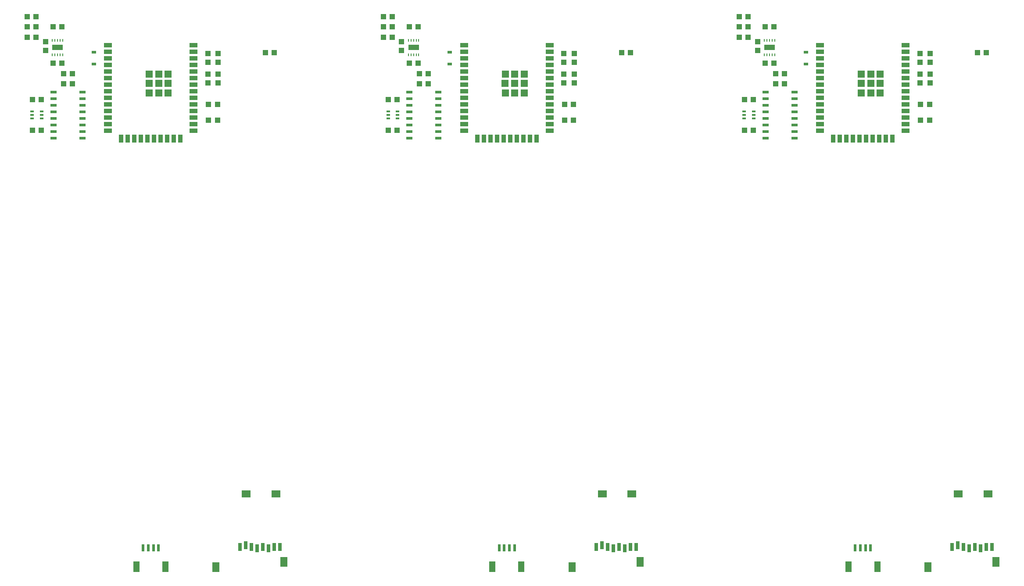
<source format=gbp>
G04 EAGLE Gerber RS-274X export*
G75*
%MOMM*%
%FSLAX34Y34*%
%LPD*%
%INSolderpaste Bottom*%
%IPPOS*%
%AMOC8*
5,1,8,0,0,1.08239X$1,22.5*%
G01*
%ADD10R,1.200000X2.000000*%
%ADD11R,0.600000X1.350000*%
%ADD12R,1.000000X1.100000*%
%ADD13R,1.100000X1.000000*%
%ADD14R,0.830000X0.630000*%
%ADD15R,1.200000X0.600000*%
%ADD16R,0.660000X0.300000*%
%ADD17R,1.800000X1.400000*%
%ADD18R,1.400000X1.900000*%
%ADD19R,0.800000X1.500000*%
%ADD20R,0.260000X0.599000*%
%ADD21R,2.000000X1.000000*%
%ADD22R,1.500000X0.900000*%
%ADD23R,0.900000X1.500000*%
%ADD24R,1.330000X1.330000*%


D10*
X369618Y10693D03*
X313618Y10693D03*
D11*
X356618Y47443D03*
X346618Y47443D03*
X336618Y47443D03*
X326618Y47443D03*
D12*
X138418Y1006843D03*
X138418Y1023843D03*
D13*
X170118Y1052743D03*
X153118Y1052743D03*
X170118Y982743D03*
X153118Y982743D03*
D14*
X231618Y981243D03*
X231618Y1004243D03*
D12*
X451618Y961243D03*
X451618Y944243D03*
X471618Y1001243D03*
X471618Y984243D03*
X451618Y1001243D03*
X451618Y984243D03*
X471618Y961243D03*
X471618Y944243D03*
D13*
X173118Y962743D03*
X190118Y962743D03*
D15*
X209618Y927193D03*
X209618Y914493D03*
X209618Y901793D03*
X209618Y889093D03*
X209618Y876393D03*
X209618Y863693D03*
X209618Y850993D03*
X209618Y838293D03*
X153618Y838293D03*
X153618Y850993D03*
X153618Y863693D03*
X153618Y876393D03*
X153618Y889093D03*
X153618Y901793D03*
X153618Y914493D03*
X153618Y927193D03*
D13*
X113118Y852743D03*
X130118Y852743D03*
X130118Y912743D03*
X113118Y912743D03*
D16*
X130818Y889243D03*
X112418Y882743D03*
X112418Y876243D03*
X112418Y889243D03*
X130818Y882743D03*
X130818Y876243D03*
D13*
X173118Y942743D03*
X190118Y942743D03*
X453118Y902743D03*
X470118Y902743D03*
D17*
X525738Y151393D03*
X582738Y151393D03*
D18*
X598738Y19893D03*
X467238Y9893D03*
D19*
X513838Y48393D03*
X524838Y52393D03*
X535838Y48393D03*
X546838Y46393D03*
X557838Y48393D03*
X568838Y46393D03*
X579838Y48393D03*
X590838Y48393D03*
D13*
X580118Y1002743D03*
X563118Y1002743D03*
D20*
X161618Y998748D03*
X166618Y998748D03*
X171618Y998748D03*
X156618Y998748D03*
X151618Y998748D03*
X151618Y1026738D03*
X156618Y1026738D03*
X161618Y1026738D03*
X166618Y1026738D03*
X171618Y1026738D03*
D21*
X161618Y1012743D03*
D13*
X120118Y1052743D03*
X103118Y1052743D03*
X120118Y1032743D03*
X103118Y1032743D03*
X120118Y1072743D03*
X103118Y1072743D03*
X453118Y872743D03*
X470118Y872743D03*
D22*
X423998Y1017043D03*
X423998Y1004343D03*
X423998Y991643D03*
X423998Y978943D03*
X423998Y966243D03*
X423998Y953543D03*
X423998Y940843D03*
X423998Y928143D03*
X423998Y915443D03*
X423998Y902743D03*
X423998Y890043D03*
X423998Y877343D03*
X423998Y864643D03*
X423998Y851943D03*
D23*
X398768Y837043D03*
X386068Y837043D03*
X373368Y837043D03*
X360668Y837043D03*
X347968Y837043D03*
X335268Y837043D03*
X322568Y837043D03*
X309868Y837043D03*
X297168Y837043D03*
X284468Y837043D03*
D22*
X259238Y851943D03*
X259238Y864643D03*
X259238Y877343D03*
X259238Y890043D03*
X259238Y902743D03*
X259238Y915443D03*
X259238Y928143D03*
X259238Y940843D03*
X259238Y953543D03*
X259238Y966243D03*
X259238Y978943D03*
X259238Y991643D03*
X259238Y1004343D03*
X259238Y1017043D03*
D24*
X356928Y943623D03*
X338478Y961833D03*
X356778Y961833D03*
X375078Y961833D03*
X375078Y943533D03*
X338378Y943833D03*
X338478Y925233D03*
X356778Y925133D03*
X375078Y925233D03*
D10*
X1056688Y10693D03*
X1000688Y10693D03*
D11*
X1043688Y47443D03*
X1033688Y47443D03*
X1023688Y47443D03*
X1013688Y47443D03*
D12*
X825488Y1006843D03*
X825488Y1023843D03*
D13*
X857188Y1052743D03*
X840188Y1052743D03*
X857188Y982743D03*
X840188Y982743D03*
D14*
X918688Y981243D03*
X918688Y1004243D03*
D12*
X1138688Y961243D03*
X1138688Y944243D03*
X1158688Y1001243D03*
X1158688Y984243D03*
X1138688Y1001243D03*
X1138688Y984243D03*
X1158688Y961243D03*
X1158688Y944243D03*
D13*
X860188Y962743D03*
X877188Y962743D03*
D15*
X896688Y927193D03*
X896688Y914493D03*
X896688Y901793D03*
X896688Y889093D03*
X896688Y876393D03*
X896688Y863693D03*
X896688Y850993D03*
X896688Y838293D03*
X840688Y838293D03*
X840688Y850993D03*
X840688Y863693D03*
X840688Y876393D03*
X840688Y889093D03*
X840688Y901793D03*
X840688Y914493D03*
X840688Y927193D03*
D13*
X800188Y852743D03*
X817188Y852743D03*
X817188Y912743D03*
X800188Y912743D03*
D16*
X817888Y889243D03*
X799488Y882743D03*
X799488Y876243D03*
X799488Y889243D03*
X817888Y882743D03*
X817888Y876243D03*
D13*
X860188Y942743D03*
X877188Y942743D03*
X1140188Y902743D03*
X1157188Y902743D03*
D17*
X1212808Y151393D03*
X1269808Y151393D03*
D18*
X1285808Y19893D03*
X1154308Y9893D03*
D19*
X1200908Y48393D03*
X1211908Y52393D03*
X1222908Y48393D03*
X1233908Y46393D03*
X1244908Y48393D03*
X1255908Y46393D03*
X1266908Y48393D03*
X1277908Y48393D03*
D13*
X1267188Y1002743D03*
X1250188Y1002743D03*
D20*
X848688Y998748D03*
X853688Y998748D03*
X858688Y998748D03*
X843688Y998748D03*
X838688Y998748D03*
X838688Y1026738D03*
X843688Y1026738D03*
X848688Y1026738D03*
X853688Y1026738D03*
X858688Y1026738D03*
D21*
X848688Y1012743D03*
D13*
X807188Y1052743D03*
X790188Y1052743D03*
X807188Y1032743D03*
X790188Y1032743D03*
X807188Y1072743D03*
X790188Y1072743D03*
X1140188Y872743D03*
X1157188Y872743D03*
D22*
X1111068Y1017043D03*
X1111068Y1004343D03*
X1111068Y991643D03*
X1111068Y978943D03*
X1111068Y966243D03*
X1111068Y953543D03*
X1111068Y940843D03*
X1111068Y928143D03*
X1111068Y915443D03*
X1111068Y902743D03*
X1111068Y890043D03*
X1111068Y877343D03*
X1111068Y864643D03*
X1111068Y851943D03*
D23*
X1085838Y837043D03*
X1073138Y837043D03*
X1060438Y837043D03*
X1047738Y837043D03*
X1035038Y837043D03*
X1022338Y837043D03*
X1009638Y837043D03*
X996938Y837043D03*
X984238Y837043D03*
X971538Y837043D03*
D22*
X946308Y851943D03*
X946308Y864643D03*
X946308Y877343D03*
X946308Y890043D03*
X946308Y902743D03*
X946308Y915443D03*
X946308Y928143D03*
X946308Y940843D03*
X946308Y953543D03*
X946308Y966243D03*
X946308Y978943D03*
X946308Y991643D03*
X946308Y1004343D03*
X946308Y1017043D03*
D24*
X1043998Y943623D03*
X1025548Y961833D03*
X1043848Y961833D03*
X1062148Y961833D03*
X1062148Y943533D03*
X1025448Y943833D03*
X1025548Y925233D03*
X1043848Y925133D03*
X1062148Y925233D03*
D10*
X1743758Y10693D03*
X1687758Y10693D03*
D11*
X1730758Y47443D03*
X1720758Y47443D03*
X1710758Y47443D03*
X1700758Y47443D03*
D12*
X1512558Y1006843D03*
X1512558Y1023843D03*
D13*
X1544258Y1052743D03*
X1527258Y1052743D03*
X1544258Y982743D03*
X1527258Y982743D03*
D14*
X1605758Y981243D03*
X1605758Y1004243D03*
D12*
X1825758Y961243D03*
X1825758Y944243D03*
X1845758Y1001243D03*
X1845758Y984243D03*
X1825758Y1001243D03*
X1825758Y984243D03*
X1845758Y961243D03*
X1845758Y944243D03*
D13*
X1547258Y962743D03*
X1564258Y962743D03*
D15*
X1583758Y927193D03*
X1583758Y914493D03*
X1583758Y901793D03*
X1583758Y889093D03*
X1583758Y876393D03*
X1583758Y863693D03*
X1583758Y850993D03*
X1583758Y838293D03*
X1527758Y838293D03*
X1527758Y850993D03*
X1527758Y863693D03*
X1527758Y876393D03*
X1527758Y889093D03*
X1527758Y901793D03*
X1527758Y914493D03*
X1527758Y927193D03*
D13*
X1487258Y852743D03*
X1504258Y852743D03*
X1504258Y912743D03*
X1487258Y912743D03*
D16*
X1504958Y889243D03*
X1486558Y882743D03*
X1486558Y876243D03*
X1486558Y889243D03*
X1504958Y882743D03*
X1504958Y876243D03*
D13*
X1547258Y942743D03*
X1564258Y942743D03*
X1827258Y902743D03*
X1844258Y902743D03*
D17*
X1899878Y151393D03*
X1956878Y151393D03*
D18*
X1972878Y19893D03*
X1841378Y9893D03*
D19*
X1887978Y48393D03*
X1898978Y52393D03*
X1909978Y48393D03*
X1920978Y46393D03*
X1931978Y48393D03*
X1942978Y46393D03*
X1953978Y48393D03*
X1964978Y48393D03*
D13*
X1954258Y1002743D03*
X1937258Y1002743D03*
D20*
X1535758Y998748D03*
X1540758Y998748D03*
X1545758Y998748D03*
X1530758Y998748D03*
X1525758Y998748D03*
X1525758Y1026738D03*
X1530758Y1026738D03*
X1535758Y1026738D03*
X1540758Y1026738D03*
X1545758Y1026738D03*
D21*
X1535758Y1012743D03*
D13*
X1494258Y1052743D03*
X1477258Y1052743D03*
X1494258Y1032743D03*
X1477258Y1032743D03*
X1494258Y1072743D03*
X1477258Y1072743D03*
X1827258Y872743D03*
X1844258Y872743D03*
D22*
X1798138Y1017043D03*
X1798138Y1004343D03*
X1798138Y991643D03*
X1798138Y978943D03*
X1798138Y966243D03*
X1798138Y953543D03*
X1798138Y940843D03*
X1798138Y928143D03*
X1798138Y915443D03*
X1798138Y902743D03*
X1798138Y890043D03*
X1798138Y877343D03*
X1798138Y864643D03*
X1798138Y851943D03*
D23*
X1772908Y837043D03*
X1760208Y837043D03*
X1747508Y837043D03*
X1734808Y837043D03*
X1722108Y837043D03*
X1709408Y837043D03*
X1696708Y837043D03*
X1684008Y837043D03*
X1671308Y837043D03*
X1658608Y837043D03*
D22*
X1633378Y851943D03*
X1633378Y864643D03*
X1633378Y877343D03*
X1633378Y890043D03*
X1633378Y902743D03*
X1633378Y915443D03*
X1633378Y928143D03*
X1633378Y940843D03*
X1633378Y953543D03*
X1633378Y966243D03*
X1633378Y978943D03*
X1633378Y991643D03*
X1633378Y1004343D03*
X1633378Y1017043D03*
D24*
X1731068Y943623D03*
X1712618Y961833D03*
X1730918Y961833D03*
X1749218Y961833D03*
X1749218Y943533D03*
X1712518Y943833D03*
X1712618Y925233D03*
X1730918Y925133D03*
X1749218Y925233D03*
M02*

</source>
